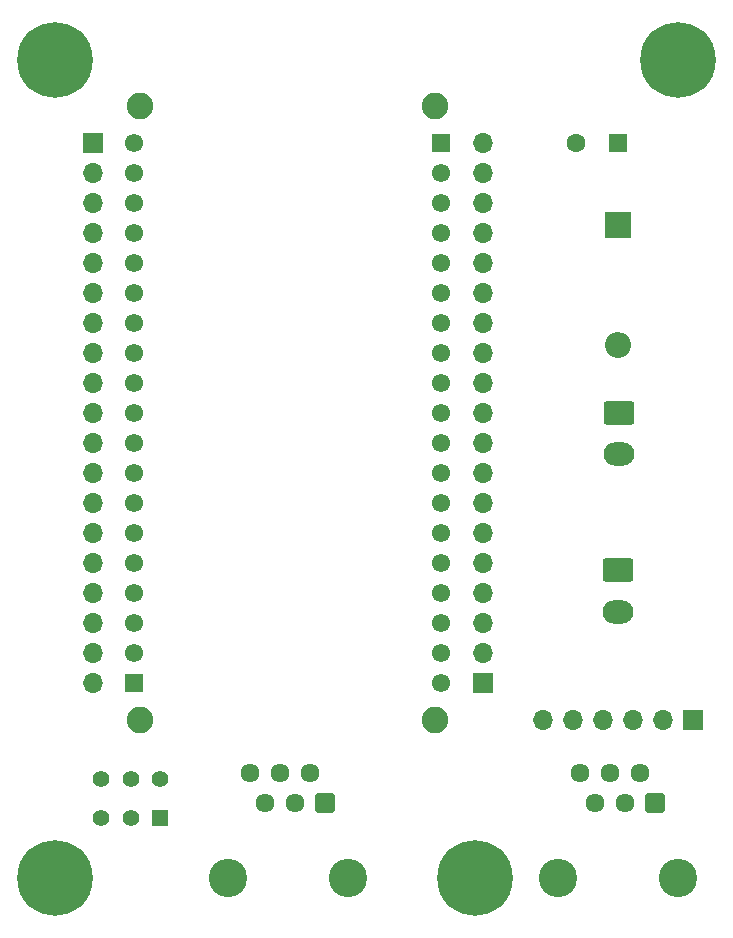
<source format=gts>
%TF.GenerationSoftware,KiCad,Pcbnew,7.0.10*%
%TF.CreationDate,2024-03-27T14:16:48+01:00*%
%TF.ProjectId,carte pami,63617274-6520-4706-916d-692e6b696361,rev?*%
%TF.SameCoordinates,Original*%
%TF.FileFunction,Soldermask,Top*%
%TF.FilePolarity,Negative*%
%FSLAX46Y46*%
G04 Gerber Fmt 4.6, Leading zero omitted, Abs format (unit mm)*
G04 Created by KiCad (PCBNEW 7.0.10) date 2024-03-27 14:16:48*
%MOMM*%
%LPD*%
G01*
G04 APERTURE LIST*
G04 Aperture macros list*
%AMRoundRect*
0 Rectangle with rounded corners*
0 $1 Rounding radius*
0 $2 $3 $4 $5 $6 $7 $8 $9 X,Y pos of 4 corners*
0 Add a 4 corners polygon primitive as box body*
4,1,4,$2,$3,$4,$5,$6,$7,$8,$9,$2,$3,0*
0 Add four circle primitives for the rounded corners*
1,1,$1+$1,$2,$3*
1,1,$1+$1,$4,$5*
1,1,$1+$1,$6,$7*
1,1,$1+$1,$8,$9*
0 Add four rect primitives between the rounded corners*
20,1,$1+$1,$2,$3,$4,$5,0*
20,1,$1+$1,$4,$5,$6,$7,0*
20,1,$1+$1,$6,$7,$8,$9,0*
20,1,$1+$1,$8,$9,$2,$3,0*%
G04 Aperture macros list end*
%ADD10R,1.600000X1.600000*%
%ADD11C,1.600000*%
%ADD12RoundRect,0.250000X-1.050000X0.750000X-1.050000X-0.750000X1.050000X-0.750000X1.050000X0.750000X0*%
%ADD13O,2.600000X2.000000*%
%ADD14C,6.400000*%
%ADD15R,1.700000X1.700000*%
%ADD16O,1.700000X1.700000*%
%ADD17C,3.250000*%
%ADD18RoundRect,0.102000X-0.704000X0.704000X-0.704000X-0.704000X0.704000X-0.704000X0.704000X0.704000X0*%
%ADD19C,1.612000*%
%ADD20C,2.250000*%
%ADD21RoundRect,0.102000X0.675000X0.675000X-0.675000X0.675000X-0.675000X-0.675000X0.675000X-0.675000X0*%
%ADD22C,1.554000*%
%ADD23R,2.200000X2.200000*%
%ADD24O,2.200000X2.200000*%
%ADD25R,1.400000X1.400000*%
%ADD26C,1.400000*%
G04 APERTURE END LIST*
D10*
%TO.C,C1*%
X145415000Y-53340000D03*
D11*
X141915000Y-53340000D03*
%TD*%
D12*
%TO.C,J2*%
X145415000Y-89535000D03*
D13*
X145415000Y-93035000D03*
%TD*%
D14*
%TO.C,H2*%
X150495000Y-46355000D03*
%TD*%
D15*
%TO.C,J5*%
X151765000Y-102235000D03*
D16*
X149225000Y-102235000D03*
X146685000Y-102235000D03*
X144145000Y-102235000D03*
X141605000Y-102235000D03*
X139065000Y-102235000D03*
%TD*%
D15*
%TO.C,J6*%
X100965000Y-53340000D03*
D16*
X100965000Y-55880000D03*
X100965000Y-58420000D03*
X100965000Y-60960000D03*
X100965000Y-63500000D03*
X100965000Y-66040000D03*
X100965000Y-68580000D03*
X100965000Y-71120000D03*
X100965000Y-73660000D03*
X100965000Y-76200000D03*
X100965000Y-78740000D03*
X100965000Y-81280000D03*
X100965000Y-83820000D03*
X100965000Y-86360000D03*
X100965000Y-88900000D03*
X100965000Y-91440000D03*
X100965000Y-93980000D03*
X100965000Y-96520000D03*
X100965000Y-99060000D03*
%TD*%
D17*
%TO.C,J1*%
X122555000Y-115580000D03*
X112395000Y-115580000D03*
D18*
X120645000Y-109220000D03*
D19*
X119375000Y-106680000D03*
X118105000Y-109220000D03*
X116835000Y-106680000D03*
X115565000Y-109220000D03*
X114295000Y-106680000D03*
%TD*%
D14*
%TO.C,H1*%
X97790000Y-46355000D03*
%TD*%
D17*
%TO.C,J4*%
X150495000Y-115570000D03*
X140335000Y-115570000D03*
D18*
X148585000Y-109210000D03*
D19*
X147315000Y-106670000D03*
X146045000Y-109210000D03*
X144775000Y-106670000D03*
X143505000Y-109210000D03*
X142235000Y-106670000D03*
%TD*%
D12*
%TO.C,J3*%
X145515000Y-76205000D03*
D13*
X145515000Y-79705000D03*
%TD*%
D20*
%TO.C,U1*%
X129975000Y-102200000D03*
X129975000Y-50200000D03*
X104975000Y-102200000D03*
X104975000Y-50200000D03*
D21*
X104475000Y-99060000D03*
D22*
X104475000Y-96520000D03*
X104475000Y-93980000D03*
X104475000Y-91440000D03*
X104475000Y-88900000D03*
X104475000Y-86360000D03*
X104475000Y-83820000D03*
X104475000Y-81280000D03*
X104475000Y-78740000D03*
X104475000Y-76200000D03*
X104475000Y-73660000D03*
X104475000Y-71120000D03*
X104475000Y-68580000D03*
X104475000Y-66040000D03*
X104475000Y-63500000D03*
X104475000Y-60960000D03*
X104475000Y-58420000D03*
X104475000Y-55880000D03*
X104475000Y-53340000D03*
D21*
X130475000Y-53340000D03*
D22*
X130475000Y-55880000D03*
X130475000Y-58420000D03*
X130475000Y-60960000D03*
X130475000Y-63500000D03*
X130475000Y-66040000D03*
X130475000Y-68580000D03*
X130475000Y-71120000D03*
X130475000Y-73660000D03*
X130475000Y-76200000D03*
X130475000Y-78740000D03*
X130475000Y-81280000D03*
X130475000Y-83820000D03*
X130475000Y-86360000D03*
X130475000Y-88900000D03*
X130475000Y-91440000D03*
X130475000Y-93980000D03*
X130475000Y-96520000D03*
X130475000Y-99060000D03*
%TD*%
D14*
%TO.C,H4*%
X133350000Y-115570000D03*
%TD*%
D15*
%TO.C,J7*%
X133985000Y-99060000D03*
D16*
X133985000Y-96520000D03*
X133985000Y-93980000D03*
X133985000Y-91440000D03*
X133985000Y-88900000D03*
X133985000Y-86360000D03*
X133985000Y-83820000D03*
X133985000Y-81280000D03*
X133985000Y-78740000D03*
X133985000Y-76200000D03*
X133985000Y-73660000D03*
X133985000Y-71120000D03*
X133985000Y-68580000D03*
X133985000Y-66040000D03*
X133985000Y-63500000D03*
X133985000Y-60960000D03*
X133985000Y-58420000D03*
X133985000Y-55880000D03*
X133985000Y-53340000D03*
%TD*%
D23*
%TO.C,D1*%
X145415000Y-60325000D03*
D24*
X145415000Y-70485000D03*
%TD*%
D25*
%TO.C,SW2*%
X106680000Y-110490000D03*
D26*
X104180000Y-110490000D03*
X101680000Y-110490000D03*
X106680000Y-107190000D03*
X104180000Y-107190000D03*
X101680000Y-107190000D03*
%TD*%
D14*
%TO.C,H3*%
X97790000Y-115570000D03*
%TD*%
M02*

</source>
